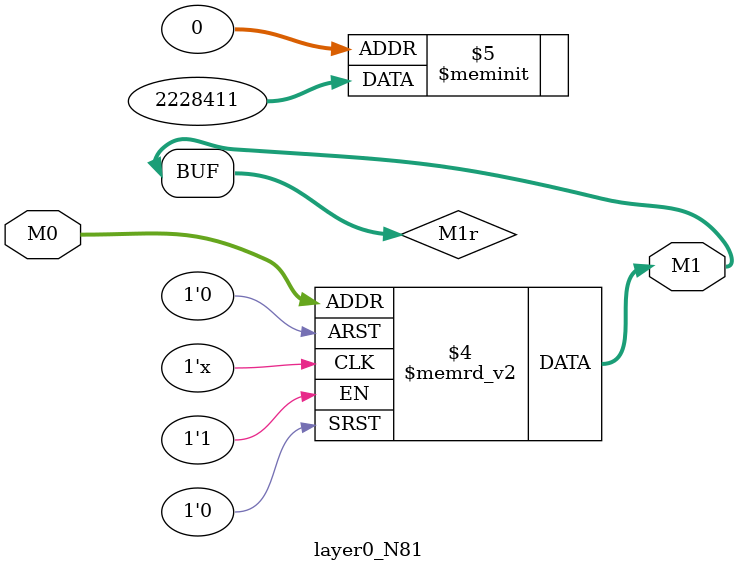
<source format=v>
module layer0_N81 ( input [3:0] M0, output [1:0] M1 );

	(*rom_style = "distributed" *) reg [1:0] M1r;
	assign M1 = M1r;
	always @ (M0) begin
		case (M0)
			4'b0000: M1r = 2'b11;
			4'b1000: M1r = 2'b10;
			4'b0100: M1r = 2'b00;
			4'b1100: M1r = 2'b00;
			4'b0010: M1r = 2'b11;
			4'b1010: M1r = 2'b10;
			4'b0110: M1r = 2'b00;
			4'b1110: M1r = 2'b00;
			4'b0001: M1r = 2'b10;
			4'b1001: M1r = 2'b00;
			4'b0101: M1r = 2'b00;
			4'b1101: M1r = 2'b00;
			4'b0011: M1r = 2'b10;
			4'b1011: M1r = 2'b00;
			4'b0111: M1r = 2'b00;
			4'b1111: M1r = 2'b00;

		endcase
	end
endmodule

</source>
